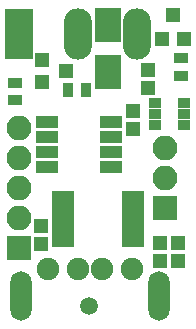
<source format=gbr>
G04 #@! TF.FileFunction,Soldermask,Top*
%FSLAX46Y46*%
G04 Gerber Fmt 4.6, Leading zero omitted, Abs format (unit mm)*
G04 Created by KiCad (PCBNEW 4.0.7) date 12/13/17 21:39:52*
%MOMM*%
%LPD*%
G01*
G04 APERTURE LIST*
%ADD10C,0.100000*%
%ADD11R,2.100000X2.100000*%
%ADD12O,2.100000X2.100000*%
%ADD13R,1.950000X1.000000*%
%ADD14R,2.380000X4.360000*%
%ADD15O,2.380000X4.360000*%
%ADD16R,1.150000X1.200000*%
%ADD17R,1.850000X0.850000*%
%ADD18R,1.200000X1.150000*%
%ADD19R,1.300000X0.900000*%
%ADD20R,2.200000X2.900000*%
%ADD21R,0.900000X1.300000*%
%ADD22R,1.200000X1.300000*%
%ADD23R,1.300000X1.200000*%
%ADD24C,1.500000*%
%ADD25C,1.901140*%
%ADD26O,1.800000X4.200000*%
%ADD27R,1.100000X0.850000*%
G04 APERTURE END LIST*
D10*
D11*
X54250000Y-44300000D03*
D12*
X54250000Y-41760000D03*
X54250000Y-39220000D03*
D13*
X44290000Y-36957000D03*
X44290000Y-38227000D03*
X44290000Y-39497000D03*
X44290000Y-40767000D03*
X49690000Y-40767000D03*
X49690000Y-39497000D03*
X49690000Y-38227000D03*
X49690000Y-36957000D03*
D14*
X41900000Y-29560000D03*
D15*
X46900000Y-29560000D03*
X51900000Y-29560000D03*
D16*
X51562000Y-37580000D03*
X51562000Y-36080000D03*
D17*
X51550000Y-47110000D03*
X51550000Y-46460000D03*
X51550000Y-45810000D03*
X51550000Y-45160000D03*
X51550000Y-44510000D03*
X51550000Y-43860000D03*
X51550000Y-43210000D03*
X45650000Y-43210000D03*
X45650000Y-43860000D03*
X45650000Y-44510000D03*
X45650000Y-45160000D03*
X45650000Y-45810000D03*
X45650000Y-46460000D03*
X45650000Y-47110000D03*
D11*
X41910000Y-47640000D03*
D12*
X41910000Y-45100000D03*
X41910000Y-42560000D03*
X41910000Y-40020000D03*
X41910000Y-37480000D03*
D16*
X43800000Y-45810000D03*
X43800000Y-47310000D03*
D18*
X53860000Y-47244000D03*
X55360000Y-47244000D03*
X53850000Y-48768000D03*
X55350000Y-48768000D03*
D19*
X55600000Y-31560000D03*
X55600000Y-33060000D03*
X41600000Y-33660000D03*
X41600000Y-35160000D03*
D16*
X52850000Y-32610000D03*
X52850000Y-34110000D03*
D20*
X49450000Y-32760000D03*
X49450000Y-28760000D03*
D21*
X47600000Y-34260000D03*
X46100000Y-34260000D03*
D22*
X54000000Y-29960000D03*
X55900000Y-29960000D03*
X54950000Y-27960000D03*
D23*
X43900000Y-31710000D03*
X43900000Y-33610000D03*
X45900000Y-32660000D03*
D24*
X47850000Y-52578000D03*
D25*
X44351140Y-49457880D03*
X46891140Y-49457880D03*
X48923140Y-49457880D03*
X51463140Y-49457880D03*
D26*
X42066000Y-51746000D03*
X53750000Y-51746000D03*
D27*
X53480000Y-35372000D03*
X53480000Y-36322000D03*
X53480000Y-37272000D03*
X55880000Y-35372000D03*
X55880000Y-36322000D03*
X55880000Y-37272000D03*
M02*

</source>
